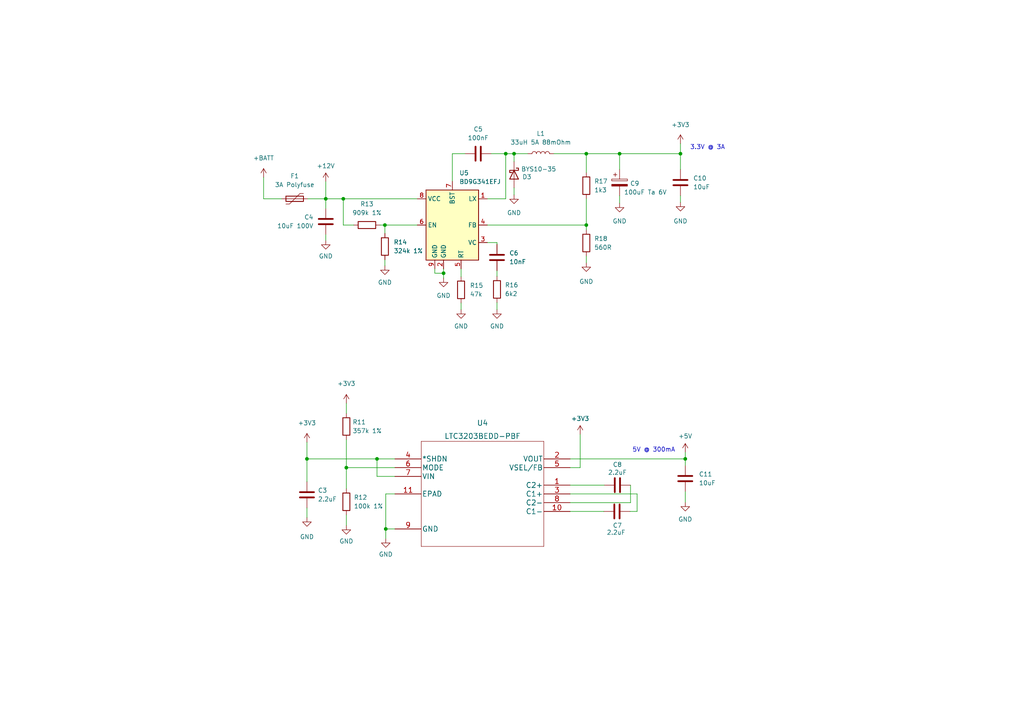
<source format=kicad_sch>
(kicad_sch (version 20211123) (generator eeschema)
  (paper "A4")
  (title_block (title "LINBus Coolant Temperature") (date "2023-02-18") (rev "1.0") (company "Gavin Hurlbut"))
  (lib_symbols
    (symbol "Beirdo:BD9G341EFJ"
      (property "Reference" "U" (at -6.35 11.43 0))
      (property "Value" "BD9G341EFJ" (at 7.62 11.43 0))
      (symbol "BD9G341EFJ_0_1"
        (rectangle (start -7.62 10.16) (end 7.62 -10.16) (stroke (width 0.254)) (fill (type background)))
      )
      (symbol "BD9G341EFJ_1_1"
        (pin passive line (at 10.16 7.62 180) (length 2.54) (name "LX") (number "1"))
        (pin power_in line (at -2.54 -12.7 90) (length 2.54) (name "GND") (number "2"))
        (pin output line (at 10.16 -5.08 180) (length 2.54) (name "VC") (number "3"))
        (pin input line (at 10.16 0 180) (length 2.54) (name "FB") (number "4"))
        (pin input line (at 2.54 -12.7 90) (length 2.54) (name "RT") (number "5"))
        (pin input line (at -10.16 0 0) (length 2.54) (name "EN") (number "6"))
        (pin input line (at 0 12.7 270) (length 2.54) (name "BST") (number "7"))
        (pin power_in line (at -10.16 7.62 0) (length 2.54) (name "VCC") (number "8"))
        (pin power_in line (at -5.08 -12.7 90) (length 2.54) (name "GND") (number "9"))
      )
    )
    (symbol "Device:C" (pin_numbers hide) (pin_names (offset 0.254))
      (property "Reference" "C" (at 0.635 2.54 0))
      (property "Value" "C" (at 0.635 -2.54 0))
      (symbol "C_0_1"
        (polyline (pts (xy -2.032 -0.762) (xy 2.032 -0.762)) (stroke (width 0.508)))
        (polyline (pts (xy -2.032 0.762) (xy 2.032 0.762)) (stroke (width 0.508)))
      )
      (symbol "C_1_1"
        (pin passive line (at 0 3.81 270) (length 2.794) (name "~") (number "1"))
        (pin passive line (at 0 -3.81 90) (length 2.794) (name "~") (number "2"))
      )
    )
    (symbol "Device:C_Polarized" (pin_numbers hide) (pin_names (offset 0.254))
      (property "Reference" "C" (at 0.635 2.54 0))
      (property "Value" "C_Polarized" (at 0.635 -2.54 0))
      (symbol "C_Polarized_0_1"
        (rectangle (start -2.286 0.508) (end 2.286 1.016))
        (polyline (pts (xy -1.778 2.286) (xy -0.762 2.286)))
        (polyline (pts (xy -1.27 2.794) (xy -1.27 1.778)))
        (rectangle (start 2.286 -0.508) (end -2.286 -1.016) (fill (type outline)))
      )
      (symbol "C_Polarized_1_1"
        (pin passive line (at 0 3.81 270) (length 2.794) (name "~") (number "1"))
        (pin passive line (at 0 -3.81 90) (length 2.794) (name "~") (number "2"))
      )
    )
    (symbol "Device:D_Schottky" (pin_numbers hide) (pin_names (offset 1.016) hide)
      (property "Reference" "D" (at 0 2.54 0))
      (property "Value" "D_Schottky" (at 0 -2.54 0))
      (symbol "D_Schottky_0_1"
        (polyline (pts (xy 1.27 0) (xy -1.27 0)))
        (polyline (pts (xy 1.27 1.27) (xy 1.27 -1.27) (xy -1.27 0) (xy 1.27 1.27)) (stroke (width 0.254)))
        (polyline (pts (xy -1.905 0.635) (xy -1.905 1.27) (xy -1.27 1.27) (xy -1.27 -1.27) (xy -0.635 -1.27) (xy -0.635 -0.635)) (stroke (width 0.254)))
      )
      (symbol "D_Schottky_1_1"
        (pin passive line (at -3.81 0 0) (length 2.54) (name "K") (number "1"))
        (pin passive line (at 3.81 0 180) (length 2.54) (name "A") (number "2"))
      )
    )
    (symbol "Device:L" (pin_numbers hide) (pin_names (offset 1.016) hide)
      (property "Reference" "L" (at -1.27 0 90))
      (property "Value" "L" (at 1.905 0 90))
      (symbol "L_0_1"
        (arc (start 0 -2.54) (mid 0.635 -1.905) (end 0 -1.27))
        (arc (start 0 -1.27) (mid 0.635 -0.635) (end 0 0))
        (arc (start 0 0) (mid 0.635 0.635) (end 0 1.27))
        (arc (start 0 1.27) (mid 0.635 1.905) (end 0 2.54))
      )
      (symbol "L_1_1"
        (pin passive line (at 0 3.81 270) (length 1.27) (name "1") (number "1"))
        (pin passive line (at 0 -3.81 90) (length 1.27) (name "2") (number "2"))
      )
    )
    (symbol "Device:Polyfuse" (pin_numbers hide) (pin_names (offset 0))
      (property "Reference" "F" (at -2.54 0 90))
      (property "Value" "Polyfuse" (at 2.54 0 90))
      (symbol "Polyfuse_0_1"
        (rectangle (start -0.762 2.54) (end 0.762 -2.54) (stroke (width 0.254)))
        (polyline (pts (xy 0 2.54) (xy 0 -2.54)))
        (polyline (pts (xy -1.524 2.54) (xy -1.524 1.524) (xy 1.524 -1.524) (xy 1.524 -2.54)))
      )
      (symbol "Polyfuse_1_1"
        (pin passive line (at 0 3.81 270) (length 1.27) (name "~") (number "1"))
        (pin passive line (at 0 -3.81 90) (length 1.27) (name "~") (number "2"))
      )
    )
    (symbol "Device:R" (pin_numbers hide) (pin_names (offset 0))
      (property "Reference" "R" (at 2.032 0 90))
      (property "Value" "R" (at 0 0 90))
      (symbol "R_0_1"
        (rectangle (start -1.016 -2.54) (end 1.016 2.54) (stroke (width 0.254)))
      )
      (symbol "R_1_1"
        (pin passive line (at 0 3.81 270) (length 1.27) (name "~") (number "1"))
        (pin passive line (at 0 -3.81 90) (length 1.27) (name "~") (number "2"))
      )
    )
    (symbol "UltraLibrarian:LTC3203BEDD-PBF" (pin_names (offset 0.254))
      (property "Reference" "U" (at 25.4 10.16 0))
      (property "Value" "LTC3203BEDD-PBF" (at 25.4 7.62 0))
      (symbol "LTC3203BEDD-PBF_1_1"
        (polyline (pts (xy 7.62 -25.4) (xy 43.18 -25.4)) (stroke (width 0.127)))
        (polyline (pts (xy 7.62 5.08) (xy 7.62 -25.4)) (stroke (width 0.127)))
        (polyline (pts (xy 43.18 -25.4) (xy 43.18 5.08)) (stroke (width 0.127)))
        (polyline (pts (xy 43.18 5.08) (xy 7.62 5.08)) (stroke (width 0.127)))
        (pin unspecified line (at 50.8 -7.62 180) (length 7.62) (name "C2+") (number "1"))
        (pin unspecified line (at 50.8 -15.24 180) (length 7.62) (name "C1-") (number "10"))
        (pin unspecified line (at 0 -10.16 0) (length 7.62) (name "EPAD") (number "11"))
        (pin output line (at 50.8 0 180) (length 7.62) (name "VOUT") (number "2"))
        (pin unspecified line (at 50.8 -10.16 180) (length 7.62) (name "C1+") (number "3"))
        (pin input line (at 0 0 0) (length 7.62) (name "*SHDN") (number "4"))
        (pin output line (at 50.8 -2.54 180) (length 7.62) (name "VSEL/FB") (number "5"))
        (pin input line (at 0 -2.54 0) (length 7.62) (name "MODE") (number "6"))
        (pin input line (at 0 -5.08 0) (length 7.62) (name "VIN") (number "7"))
        (pin unspecified line (at 50.8 -12.7 180) (length 7.62) (name "C2-") (number "8"))
        (pin power_in line (at 0 -20.32 0) (length 7.62) (name "GND") (number "9"))
      )
    )
    (symbol "power:+12V" (power) (pin_names (offset 0))
      (property "Value" "+12V" (at 0 3.556 0))
      (symbol "+12V_0_1"
        (polyline (pts (xy -0.762 1.27) (xy 0 2.54)))
        (polyline (pts (xy 0 0) (xy 0 2.54)))
        (polyline (pts (xy 0 2.54) (xy 0.762 1.27)))
      )
      (symbol "+12V_1_1"
        (pin power_in line (at 0 0 90) (length 0) hide (name "+12V") (number "1"))
      )
    )
    (symbol "power:+3V3" (power) (pin_names (offset 0))
      (property "Value" "+3V3" (at 0 3.556 0))
      (symbol "+3V3_0_1"
        (polyline (pts (xy -0.762 1.27) (xy 0 2.54)))
        (polyline (pts (xy 0 0) (xy 0 2.54)))
        (polyline (pts (xy 0 2.54) (xy 0.762 1.27)))
      )
      (symbol "+3V3_1_1"
        (pin power_in line (at 0 0 90) (length 0) hide (name "+3V3") (number "1"))
      )
    )
    (symbol "power:+5V" (power) (pin_names (offset 0))
      (property "Value" "+5V" (at 0 3.556 0))
      (symbol "+5V_0_1"
        (polyline (pts (xy -0.762 1.27) (xy 0 2.54)))
        (polyline (pts (xy 0 0) (xy 0 2.54)))
        (polyline (pts (xy 0 2.54) (xy 0.762 1.27)))
      )
      (symbol "+5V_1_1"
        (pin power_in line (at 0 0 90) (length 0) hide (name "+5V") (number "1"))
      )
    )
    (symbol "power:+BATT" (power) (pin_names (offset 0))
      (property "Value" "+BATT" (at 0 3.556 0))
      (symbol "+BATT_0_1"
        (polyline (pts (xy -0.762 1.27) (xy 0 2.54)))
        (polyline (pts (xy 0 0) (xy 0 2.54)))
        (polyline (pts (xy 0 2.54) (xy 0.762 1.27)))
      )
      (symbol "+BATT_1_1"
        (pin power_in line (at 0 0 90) (length 0) hide (name "+BATT") (number "1"))
      )
    )
    (symbol "power:GND" (power) (pin_names (offset 0))
      (property "Value" "GND" (at 0 -3.81 0))
      (symbol "GND_0_1"
        (polyline (pts (xy 0 0) (xy 0 -1.27) (xy 1.27 -1.27) (xy 0 -2.54) (xy -1.27 -1.27) (xy 0 -1.27)))
      )
      (symbol "GND_1_1"
        (pin power_in line (at 0 0 270) (length 0) hide (name "GND") (number "1"))
      )
    )
  )
  (junction (at 109.347 133.096))
  (junction (at 179.705 44.577))
  (junction (at 170.053 44.577))
  (junction (at 94.488 57.658))
  (junction (at 99.568 57.658))
  (junction (at 111.887 153.416))
  (junction (at 89.027 133.096))
  (junction (at 100.457 135.636))
  (junction (at 149.098 44.577))
  (junction (at 198.755 133.096))
  (junction (at 128.651 79.248))
  (junction (at 197.358 44.577))
  (junction (at 170.053 65.278))
  (junction (at 146.685 44.577))
  (junction (at 111.633 65.278))
  (wire (pts (xy 170.053 74.295) (xy 170.053 76.2)))
  (wire (pts (xy 100.457 116.967) (xy 100.457 119.888)))
  (wire (pts (xy 142.494 44.577) (xy 146.685 44.577)))
  (wire (pts (xy 170.053 65.278) (xy 170.053 66.675)))
  (wire (pts (xy 165.354 148.336) (xy 175.133 148.336)))
  (wire (pts (xy 149.098 44.577) (xy 149.098 46.863)))
  (wire (pts (xy 128.651 79.248) (xy 128.651 80.645)))
  (wire (pts (xy 128.651 77.978) (xy 128.651 79.248)))
  (wire (pts (xy 184.785 148.336) (xy 182.753 148.336)))
  (wire (pts (xy 197.358 41.656) (xy 197.358 44.577)))
  (wire (pts (xy 111.887 143.256) (xy 111.887 153.416)))
  (wire (pts (xy 94.488 52.705) (xy 94.488 57.658)))
  (wire (pts (xy 198.755 131.191) (xy 198.755 133.096)))
  (wire (pts (xy 81.661 57.658) (xy 76.454 57.658)))
  (wire (pts (xy 109.347 133.096) (xy 114.554 133.096)))
  (wire (pts (xy 100.457 127.508) (xy 100.457 135.636)))
  (wire (pts (xy 168.275 125.984) (xy 168.275 135.636)))
  (wire (pts (xy 131.191 52.578) (xy 131.191 44.577)))
  (wire (pts (xy 165.354 140.716) (xy 175.26 140.716)))
  (wire (pts (xy 165.354 145.796) (xy 182.88 145.796)))
  (wire (pts (xy 110.236 65.278) (xy 111.633 65.278)))
  (wire (pts (xy 131.191 44.577) (xy 134.874 44.577)))
  (wire (pts (xy 89.027 147.32) (xy 89.027 150.114)))
  (wire (pts (xy 99.568 57.658) (xy 121.031 57.658)))
  (wire (pts (xy 144.145 87.757) (xy 144.145 89.789)))
  (wire (pts (xy 170.053 44.577) (xy 170.053 50.038)))
  (wire (pts (xy 94.488 57.658) (xy 94.488 60.452)))
  (wire (pts (xy 197.358 44.577) (xy 197.358 49.149)))
  (wire (pts (xy 141.351 65.278) (xy 170.053 65.278)))
  (wire (pts (xy 76.454 57.658) (xy 76.454 51.435)))
  (wire (pts (xy 146.685 44.577) (xy 146.685 57.658)))
  (wire (pts (xy 89.027 133.096) (xy 109.347 133.096)))
  (wire (pts (xy 198.755 133.096) (xy 198.755 135.001)))
  (wire (pts (xy 149.098 54.483) (xy 149.098 56.515)))
  (wire (pts (xy 165.354 133.096) (xy 198.755 133.096)))
  (wire (pts (xy 182.88 145.796) (xy 182.88 140.716)))
  (wire (pts (xy 94.488 68.072) (xy 94.488 69.723)))
  (wire (pts (xy 111.887 153.416) (xy 111.887 156.21)))
  (wire (pts (xy 100.457 135.636) (xy 114.554 135.636)))
  (wire (pts (xy 111.887 153.416) (xy 114.554 153.416)))
  (wire (pts (xy 111.633 65.278) (xy 121.031 65.278)))
  (wire (pts (xy 126.111 77.978) (xy 126.111 79.248)))
  (wire (pts (xy 149.098 44.577) (xy 153.035 44.577)))
  (wire (pts (xy 126.111 79.248) (xy 128.651 79.248)))
  (wire (pts (xy 89.281 57.658) (xy 94.488 57.658)))
  (wire (pts (xy 99.568 65.278) (xy 99.568 57.658)))
  (wire (pts (xy 144.145 70.358) (xy 144.145 70.866)))
  (wire (pts (xy 109.347 138.176) (xy 109.347 133.096)))
  (wire (pts (xy 144.145 78.486) (xy 144.145 80.137)))
  (wire (pts (xy 89.027 133.096) (xy 89.027 139.7)))
  (wire (pts (xy 198.755 142.621) (xy 198.755 145.669)))
  (wire (pts (xy 102.616 65.278) (xy 99.568 65.278)))
  (wire (pts (xy 114.554 138.176) (xy 109.347 138.176)))
  (wire (pts (xy 179.705 44.577) (xy 179.705 49.149)))
  (wire (pts (xy 111.633 65.278) (xy 111.633 67.691)))
  (wire (pts (xy 179.705 44.577) (xy 197.358 44.577)))
  (wire (pts (xy 170.053 57.658) (xy 170.053 65.278)))
  (wire (pts (xy 100.457 135.636) (xy 100.457 141.732)))
  (wire (pts (xy 89.027 128.27) (xy 89.027 133.096)))
  (wire (pts (xy 168.275 135.636) (xy 165.354 135.636)))
  (wire (pts (xy 179.705 56.769) (xy 179.705 58.928)))
  (wire (pts (xy 114.554 143.256) (xy 111.887 143.256)))
  (wire (pts (xy 94.488 57.658) (xy 99.568 57.658)))
  (wire (pts (xy 133.731 87.884) (xy 133.731 89.789)))
  (wire (pts (xy 111.633 75.311) (xy 111.633 77.089)))
  (wire (pts (xy 184.785 143.256) (xy 184.785 148.336)))
  (wire (pts (xy 141.351 70.358) (xy 144.145 70.358)))
  (wire (pts (xy 100.457 149.352) (xy 100.457 152.4)))
  (wire (pts (xy 197.358 56.769) (xy 197.358 58.674)))
  (wire (pts (xy 141.351 57.658) (xy 146.685 57.658)))
  (wire (pts (xy 170.053 44.577) (xy 179.705 44.577)))
  (wire (pts (xy 146.685 44.577) (xy 149.098 44.577)))
  (wire (pts (xy 133.731 77.978) (xy 133.731 80.264)))
  (wire (pts (xy 165.354 143.256) (xy 184.785 143.256)))
  (wire (pts (xy 160.655 44.577) (xy 170.053 44.577)))
  (text "3.3V @ 3A" (at 210.312 43.561 180) (effects (font (size 1.27 1.27)) (justify right bottom)))
  (text "5V @ 300mA" (at 183.388 131.318 0) (effects (font (size 1.27 1.27)) (justify left bottom)))
  (symbol (lib_id "power:GND") (at 144.145 89.789 0) (unit 1)
    (property "Reference" "#PWR031" (effects hide))
    (property "Value" "GND" (at 144.145 94.615 0))
  )
  (symbol (lib_id "power:+3V3") (at 100.457 116.967 0) (unit 1)
    (property "Reference" "#PWR025" (effects hide))
    (property "Value" "+3V3" (at 100.457 111.252 0))
  )
  (symbol (lib_id "Device:C") (at 179.07 140.716 90) (unit 1)
    (property "Reference" "C8" (at 179.07 134.747 90))
    (property "Value" "2.2uF" (at 179.07 137.033 90))
    (property "Footprint" "Capacitor_SMD:C_0805_2012Metric_Pad1.18x1.45mm_HandSolder" (effects hide))
  )
  (symbol (lib_id "power:GND") (at 100.457 152.4 0) (unit 1)
    (property "Reference" "#PWR026" (effects hide))
    (property "Value" "GND" (at 100.457 156.972 0))
  )
  (symbol (lib_id "power:GND") (at 197.358 58.674 0) (unit 1)
    (property "Reference" "#PWR037" (effects hide))
    (property "Value" "GND" (at 197.358 64.135 0))
  )
  (symbol (lib_id "Device:R") (at 106.426 65.278 90) (unit 1)
    (property "Reference" "R13" (at 106.426 59.182 90))
    (property "Value" "909k 1%" (at 106.426 61.722 90))
    (property "Footprint" "Resistor_SMD:R_0805_2012Metric_Pad1.20x1.40mm_HandSolder" (effects hide))
  )
  (symbol (lib_id "power:+3V3") (at 197.358 41.656 0) (unit 1)
    (property "Reference" "#PWR036" (effects hide))
    (property "Value" "+3V3" (at 197.358 36.195 0))
  )
  (symbol (lib_id "power:GND") (at 149.098 56.515 0) (unit 1)
    (property "Reference" "#PWR032" (effects hide))
    (property "Value" "GND" (at 149.098 61.722 0))
  )
  (symbol (lib_id "power:+BATT") (at 76.454 51.435 0) (unit 1)
    (property "Reference" "#PWR020" (effects hide))
    (property "Value" "+BATT" (at 76.454 45.847 0))
  )
  (symbol (lib_id "Beirdo:BD9G341EFJ") (at 131.191 65.278 0) (unit 1)
    (property "Reference" "U5" (at 133.2104 50.165 0) (effects (justify left)))
    (property "Value" "BD9G341EFJ" (at 133.2104 52.705 0) (effects (justify left)))
    (property "Footprint" "Package_SO:HTSOP-8-1EP_3.9x4.9mm_P1.27mm_EP2.4x3.2mm_ThermalVias" (effects hide))
    (property "Datasheet" "https://media.digikey.com/pdf/Data%20Sheets/Rohm%20PDFs/BD9G341EFJ.pdf" (effects hide))
  )
  (symbol (lib_id "power:GND") (at 89.027 150.114 0) (unit 1)
    (property "Reference" "#PWR022" (effects hide))
    (property "Value" "GND" (at 89.027 155.702 0))
  )
  (symbol (lib_id "power:GND") (at 170.053 76.2 0) (unit 1)
    (property "Reference" "#PWR034" (effects hide))
    (property "Value" "GND" (at 170.053 81.661 0))
  )
  (symbol (lib_id "power:+5V") (at 198.755 131.191 0) (unit 1)
    (property "Reference" "#PWR038" (effects hide))
    (property "Value" "+5V" (at 198.755 126.492 0))
  )
  (symbol (lib_id "power:GND") (at 111.887 156.21 0) (unit 1)
    (property "Reference" "#PWR028" (effects hide))
    (property "Value" "GND" (at 111.887 160.782 0))
  )
  (symbol (lib_id "Device:C") (at 138.684 44.577 90) (unit 1)
    (property "Reference" "C5" (at 138.684 37.465 90))
    (property "Value" "100nF" (at 138.684 40.005 90))
    (property "Footprint" "Capacitor_SMD:C_0805_2012Metric_Pad1.18x1.45mm_HandSolder" (effects hide))
  )
  (symbol (lib_id "Device:C_Polarized") (at 179.705 52.959 0) (unit 1)
    (property "Reference" "C9" (at 182.753 53.213 0) (effects (justify left)))
    (property "Value" "100uF Ta 6V" (at 180.975 55.753 0) (effects (justify left)))
    (property "Footprint" "Capacitor_Tantalum_SMD:CP_EIA-3216-10_Kemet-I_Pad1.58x1.35mm_HandSolder" (effects hide))
  )
  (symbol (lib_id "power:GND") (at 94.488 69.723 0) (unit 1)
    (property "Reference" "#PWR024" (effects hide))
    (property "Value" "GND" (at 94.488 74.295 0))
  )
  (symbol (lib_id "Device:C") (at 144.145 74.676 0) (unit 1)
    (property "Reference" "C6" (at 147.701 73.4059 0) (effects (justify left)))
    (property "Value" "10nF" (at 147.701 75.9459 0) (effects (justify left)))
    (property "Footprint" "Capacitor_SMD:C_0805_2012Metric_Pad1.18x1.45mm_HandSolder" (effects hide))
  )
  (symbol (lib_id "Device:L") (at 156.845 44.577 90) (unit 1)
    (property "Reference" "L1" (at 156.845 38.735 90))
    (property "Value" "33uH 5A 88mOhm" (at 156.845 41.275 90))
    (property "Footprint" "Beirdo:PM4346.333NLT" (effects hide))
    (property "Digikey" "553-PM4346.333NLTTR-ND" (effects hide))
  )
  (symbol (lib_id "power:GND") (at 198.755 145.669 0) (unit 1)
    (property "Reference" "#PWR039" (effects hide))
    (property "Value" "GND" (at 198.755 150.622 0))
  )
  (symbol (lib_id "Device:C") (at 89.027 143.51 0) (unit 1)
    (property "Reference" "C3" (at 92.202 142.2399 0) (effects (justify left)))
    (property "Value" "2.2uF" (at 92.202 144.7799 0) (effects (justify left)))
    (property "Footprint" "Capacitor_SMD:C_0805_2012Metric_Pad1.18x1.45mm_HandSolder" (effects hide))
  )
  (symbol (lib_id "power:+3V3") (at 168.275 125.984 0) (unit 1)
    (property "Reference" "#PWR033" (effects hide))
    (property "Value" "+3V3" (at 168.275 121.412 0))
  )
  (symbol (lib_id "power:GND") (at 111.633 77.089 0) (unit 1)
    (property "Reference" "#PWR027" (effects hide))
    (property "Value" "GND" (at 111.633 81.915 0))
  )
  (symbol (lib_id "Device:R") (at 100.457 145.542 180) (unit 1)
    (property "Reference" "R12" (at 102.616 144.2719 0) (effects (justify right)))
    (property "Value" "100k 1%" (at 102.616 146.8119 0) (effects (justify right)))
    (property "Footprint" "Resistor_SMD:R_0805_2012Metric_Pad1.20x1.40mm_HandSolder" (effects hide))
  )
  (symbol (lib_id "Device:Polyfuse") (at 85.471 57.658 90) (unit 1)
    (property "Reference" "F1" (at 85.471 51.054 90))
    (property "Value" "3A Polyfuse" (at 85.471 53.594 90))
    (property "Footprint" "Resistor_SMD:R_1812_4532Metric_Pad1.30x3.40mm_HandSolder" (effects hide))
    (property "Digikey" "F2772CT-ND" (effects hide))
  )
  (symbol (lib_id "Device:C") (at 94.488 64.262 0) (mirror y) (unit 1)
    (property "Reference" "C4" (at 90.932 62.9919 0) (effects (justify left)))
    (property "Value" "10uF 100V" (at 90.932 65.5319 0) (effects (justify left)))
    (property "Footprint" "Capacitor_SMD:C_1210_3225Metric_Pad1.33x2.70mm_HandSolder" (effects hide))
  )
  (symbol (lib_id "power:+12V") (at 94.488 52.705 0) (unit 1)
    (property "Reference" "#PWR023" (effects hide))
    (property "Value" "+12V" (at 94.488 48.133 0))
  )
  (symbol (lib_id "UltraLibrarian:LTC3203BEDD-PBF") (at 114.554 133.096 0) (unit 1)
    (property "Reference" "U4" (at 139.954 122.682 0) (effects (font (size 1.524 1.524))))
    (property "Value" "LTC3203BEDD-PBF" (at 139.954 126.492 0) (effects (font (size 1.524 1.524))))
    (property "Footprint" "UltraLibrarian:LTC3203BEDD-PBF" (effects hide))
  )
  (symbol (lib_id "Device:R") (at 170.053 70.485 0) (unit 1)
    (property "Reference" "R18" (at 172.339 69.2149 0) (effects (justify left)))
    (property "Value" "560R" (at 172.339 71.7549 0) (effects (justify left)))
    (property "Footprint" "Resistor_SMD:R_0805_2012Metric_Pad1.20x1.40mm_HandSolder" (effects hide))
  )
  (symbol (lib_id "power:GND") (at 128.651 80.645 0) (unit 1)
    (property "Reference" "#PWR029" (effects hide))
    (property "Value" "GND" (at 128.651 85.725 0))
  )
  (symbol (lib_id "power:GND") (at 179.705 58.928 0) (unit 1)
    (property "Reference" "#PWR035" (effects hide))
    (property "Value" "GND" (at 179.705 64.135 0))
  )
  (symbol (lib_id "Device:D_Schottky") (at 149.098 50.673 270) (unit 1)
    (property "Reference" "D3" (at 154.178 51.308 90) (effects (justify right)))
    (property "Value" "BYS10-35" (at 161.3408 49.0474 90) (effects (justify right)))
    (property "Footprint" "Diode_SMD:D_SMA_Handsoldering" (effects hide))
  )
  (symbol (lib_id "Device:C") (at 178.943 148.336 90) (mirror x) (unit 1)
    (property "Reference" "C7" (at 179.07 152.4 90))
    (property "Value" "2.2uF" (at 178.689 154.432 90))
    (property "Footprint" "Capacitor_SMD:C_0805_2012Metric_Pad1.18x1.45mm_HandSolder" (effects hide))
  )
  (symbol (lib_id "Device:R") (at 100.457 123.698 0) (unit 1)
    (property "Reference" "R11" (at 102.235 122.4279 0) (effects (justify left)))
    (property "Value" "357k 1%" (at 102.235 124.9679 0) (effects (justify left)))
    (property "Footprint" "Resistor_SMD:R_0805_2012Metric_Pad1.20x1.40mm_HandSolder" (effects hide))
  )
  (symbol (lib_id "power:GND") (at 133.731 89.789 0) (unit 1)
    (property "Reference" "#PWR030" (effects hide))
    (property "Value" "GND" (at 133.731 94.615 0))
  )
  (symbol (lib_id "Device:R") (at 144.145 83.947 0) (unit 1)
    (property "Reference" "R16" (at 146.431 82.6769 0) (effects (justify left)))
    (property "Value" "6k2" (at 146.431 85.2169 0) (effects (justify left)))
    (property "Footprint" "Resistor_SMD:R_0805_2012Metric_Pad1.20x1.40mm_HandSolder" (effects hide))
  )
  (symbol (lib_id "Device:R") (at 111.633 71.501 0) (unit 1)
    (property "Reference" "R14" (at 114.173 70.2309 0) (effects (justify left)))
    (property "Value" "324k 1%" (at 114.173 72.7709 0) (effects (justify left)))
    (property "Footprint" "Resistor_SMD:R_0805_2012Metric_Pad1.20x1.40mm_HandSolder" (effects hide))
  )
  (symbol (lib_id "Device:R") (at 133.731 84.074 0) (unit 1)
    (property "Reference" "R15" (at 136.271 82.8039 0) (effects (justify left)))
    (property "Value" "47k" (at 136.271 85.3439 0) (effects (justify left)))
    (property "Footprint" "Resistor_SMD:R_0805_2012Metric_Pad1.20x1.40mm_HandSolder" (effects hide))
  )
  (symbol (lib_id "Device:C") (at 197.358 52.959 0) (unit 1)
    (property "Reference" "C10" (at 201.041 51.6889 0) (effects (justify left)))
    (property "Value" "10uF" (at 201.041 54.2289 0) (effects (justify left)))
    (property "Footprint" "Capacitor_SMD:C_0805_2012Metric_Pad1.18x1.45mm_HandSolder" (effects hide))
  )
  (symbol (lib_id "Device:R") (at 170.053 53.848 0) (unit 1)
    (property "Reference" "R17" (at 172.339 52.5779 0) (effects (justify left)))
    (property "Value" "1k3" (at 172.339 55.1179 0) (effects (justify left)))
    (property "Footprint" "Resistor_SMD:R_0805_2012Metric_Pad1.20x1.40mm_HandSolder" (effects hide))
  )
  (symbol (lib_id "power:+3V3") (at 89.027 128.27 0) (unit 1)
    (property "Reference" "#PWR021" (effects hide))
    (property "Value" "+3V3" (at 89.027 122.682 0))
  )
  (symbol (lib_id "Device:C") (at 198.755 138.811 0) (unit 1)
    (property "Reference" "C11" (at 202.692 137.5409 0) (effects (justify left)))
    (property "Value" "10uF" (at 202.692 140.0809 0) (effects (justify left)))
    (property "Footprint" "Capacitor_SMD:C_0805_2012Metric_Pad1.18x1.45mm_HandSolder" (effects hide))
  )
)
</source>
